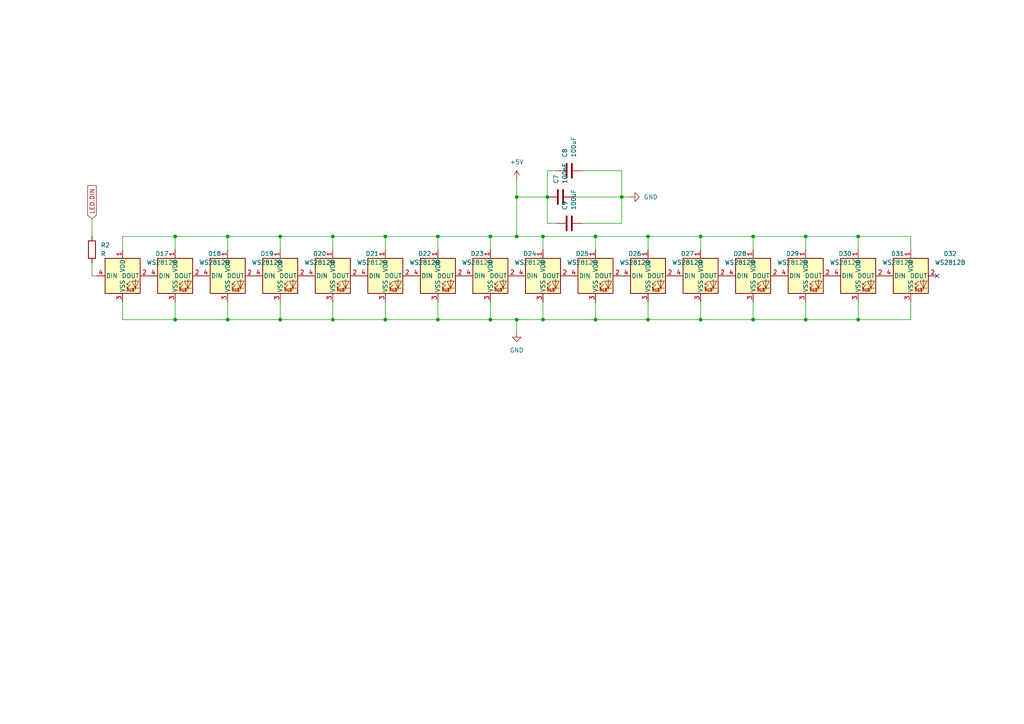
<source format=kicad_sch>
(kicad_sch (version 20250114) (generator "eeschema") (generator_version "9.0")
  (paper "A4")
  (lib_symbols
    (symbol "Device:C" (pin_numbers (hide yes)) (pin_names (offset 0.254))
      (property "Reference" "C" (at 0.635 2.54 0))
      (property "Value" "C" (at 0.635 -2.54 0))
      (symbol "C_0_1"
        (polyline (pts (xy -2.032 0.762) (xy 2.032 0.762)) (stroke (width 0.508)))
        (polyline (pts (xy -2.032 -0.762) (xy 2.032 -0.762)) (stroke (width 0.508)))
      )
      (symbol "C_1_1"
        (pin passive line (at 0 3.81 270) (length 2.794) (name "~") (number "1"))
        (pin passive line (at 0 -3.81 90) (length 2.794) (name "~") (number "2"))
      )
    )
    (symbol "Device:R" (pin_numbers (hide yes)) (pin_names (offset 0))
      (property "Reference" "R" (at 2.032 0 90))
      (property "Value" "R" (at 0 0 90))
      (symbol "R_0_1"
        (rectangle (start -1.016 -2.54) (end 1.016 2.54) (stroke (width 0.254)))
      )
      (symbol "R_1_1"
        (pin passive line (at 0 3.81 270) (length 1.27) (name "~") (number "1"))
        (pin passive line (at 0 -3.81 90) (length 1.27) (name "~") (number "2"))
      )
    )
    (symbol "LED:WS2812B" (pin_names (offset 0.254))
      (property "Reference" "D" (at 5.08 5.715 0))
      (property "Value" "WS2812B" (at 1.27 -5.715 0))
      (symbol "WS2812B_0_0"
        (text "RGB" (at 2.286 -4.191 0) (effects (font (size 0.762 0.762))))
      )
      (symbol "WS2812B_0_1"
        (polyline (pts (xy 1.27 -2.54) (xy 1.778 -2.54)))
        (polyline (pts (xy 1.27 -3.556) (xy 1.778 -3.556)))
        (polyline (pts (xy 2.286 -1.524) (xy 1.27 -2.54) (xy 1.27 -2.032)))
        (polyline (pts (xy 2.286 -2.54) (xy 1.27 -3.556) (xy 1.27 -3.048)))
        (polyline (pts (xy 3.683 -1.016) (xy 3.683 -3.556) (xy 3.683 -4.064)))
        (polyline (pts (xy 4.699 -1.524) (xy 2.667 -1.524) (xy 3.683 -3.556) (xy 4.699 -1.524)))
        (polyline (pts (xy 4.699 -3.556) (xy 2.667 -3.556)))
        (rectangle (start 5.08 5.08) (end -5.08 -5.08) (stroke (width 0.254)) (fill (type background)))
      )
      (symbol "WS2812B_1_1"
        (pin input line (at -7.62 0 0) (length 2.54) (name "DIN") (number "4"))
        (pin power_in line (at 0 7.62 270) (length 2.54) (name "VDD") (number "1"))
        (pin power_in line (at 0 -7.62 90) (length 2.54) (name "VSS") (number "3"))
        (pin output line (at 7.62 0 180) (length 2.54) (name "DOUT") (number "2"))
      )
    )
    (symbol "power:+5V" (power) (pin_numbers (hide yes)) (pin_names (offset 0) (hide yes))
      (property "Value" "+5V" (at 0 3.556 0))
      (symbol "+5V_0_1"
        (polyline (pts (xy -0.762 1.27) (xy 0 2.54)))
        (polyline (pts (xy 0 2.54) (xy 0.762 1.27)))
        (polyline (pts (xy 0 0) (xy 0 2.54)))
      )
      (symbol "+5V_1_1"
        (pin power_in line (at 0 0 90) (length 0) (name "~") (number "1"))
      )
    )
    (symbol "power:GND" (power) (pin_numbers (hide yes)) (pin_names (offset 0) (hide yes))
      (property "Value" "GND" (at 0 -3.81 0))
      (symbol "GND_0_1"
        (polyline (pts (xy 0 0) (xy 0 -1.27) (xy 1.27 -1.27) (xy 0 -2.54) (xy -1.27 -1.27) (xy 0 -1.27)))
      )
      (symbol "GND_1_1"
        (pin power_in line (at 0 0 270) (length 0) (name "~") (number "1"))
      )
    )
  )
  (junction (at 248.92 68.58))
  (junction (at 96.52 92.71))
  (junction (at 218.44 68.58))
  (junction (at 50.8 92.71))
  (junction (at 127 68.58))
  (junction (at 81.28 92.71))
  (junction (at 172.72 68.58))
  (junction (at 66.04 92.71))
  (junction (at 203.2 92.71))
  (junction (at 158.75 57.15))
  (junction (at 149.86 57.15))
  (junction (at 157.48 92.71))
  (junction (at 233.68 92.71))
  (junction (at 111.76 68.58))
  (junction (at 172.72 92.71))
  (junction (at 203.2 68.58))
  (junction (at 149.86 68.58))
  (junction (at 111.76 92.71))
  (junction (at 187.96 92.71))
  (junction (at 96.52 68.58))
  (junction (at 180.34 57.15))
  (junction (at 157.48 68.58))
  (junction (at 66.04 68.58))
  (junction (at 142.24 92.71))
  (junction (at 218.44 92.71))
  (junction (at 187.96 68.58))
  (junction (at 233.68 68.58))
  (junction (at 248.92 92.71))
  (junction (at 81.28 68.58))
  (junction (at 149.86 92.71))
  (junction (at 50.8 68.58))
  (junction (at 127 92.71))
  (junction (at 142.24 68.58))
  (no_connect (at 271.78 80.01))
  (wire (pts (xy 26.67 80.01) (xy 27.94 80.01)))
  (wire (pts (xy 233.68 68.58) (xy 248.92 68.58)))
  (wire (pts (xy 50.8 68.58) (xy 50.8 72.39)))
  (wire (pts (xy 187.96 68.58) (xy 203.2 68.58)))
  (wire (pts (xy 172.72 68.58) (xy 187.96 68.58)))
  (wire (pts (xy 127 92.71) (xy 142.24 92.71)))
  (wire (pts (xy 66.04 87.63) (xy 66.04 92.71)))
  (wire (pts (xy 264.16 72.39) (xy 264.16 68.58)))
  (wire (pts (xy 35.56 87.63) (xy 35.56 92.71)))
  (wire (pts (xy 35.56 68.58) (xy 35.56 72.39)))
  (wire (pts (xy 203.2 92.71) (xy 187.96 92.71)))
  (wire (pts (xy 96.52 68.58) (xy 96.52 72.39)))
  (wire (pts (xy 127 68.58) (xy 111.76 68.58)))
  (wire (pts (xy 233.68 68.58) (xy 233.68 72.39)))
  (wire (pts (xy 142.24 92.71) (xy 149.86 92.71)))
  (wire (pts (xy 96.52 87.63) (xy 96.52 92.71)))
  (wire (pts (xy 81.28 68.58) (xy 66.04 68.58)))
  (wire (pts (xy 142.24 68.58) (xy 142.24 72.39)))
  (wire (pts (xy 203.2 68.58) (xy 218.44 68.58)))
  (wire (pts (xy 168.91 49.53) (xy 180.34 49.53)))
  (wire (pts (xy 157.48 68.58) (xy 172.72 68.58)))
  (wire (pts (xy 218.44 87.63) (xy 218.44 92.71)))
  (wire (pts (xy 149.86 68.58) (xy 157.48 68.58)))
  (wire (pts (xy 161.29 64.77) (xy 158.75 64.77)))
  (wire (pts (xy 149.86 57.15) (xy 149.86 68.58)))
  (wire (pts (xy 166.37 57.15) (xy 180.34 57.15)))
  (wire (pts (xy 26.67 63.5) (xy 26.67 68.58)))
  (wire (pts (xy 187.96 92.71) (xy 172.72 92.71)))
  (wire (pts (xy 233.68 92.71) (xy 218.44 92.71)))
  (wire (pts (xy 149.86 52.07) (xy 149.86 57.15)))
  (wire (pts (xy 66.04 68.58) (xy 50.8 68.58)))
  (wire (pts (xy 111.76 68.58) (xy 96.52 68.58)))
  (wire (pts (xy 157.48 68.58) (xy 157.48 72.39)))
  (wire (pts (xy 248.92 68.58) (xy 248.92 72.39)))
  (wire (pts (xy 264.16 92.71) (xy 248.92 92.71)))
  (wire (pts (xy 142.24 87.63) (xy 142.24 92.71)))
  (wire (pts (xy 81.28 68.58) (xy 81.28 72.39)))
  (wire (pts (xy 111.76 87.63) (xy 111.76 92.71)))
  (wire (pts (xy 35.56 92.71) (xy 50.8 92.71)))
  (wire (pts (xy 218.44 92.71) (xy 203.2 92.71)))
  (wire (pts (xy 187.96 87.63) (xy 187.96 92.71)))
  (wire (pts (xy 187.96 68.58) (xy 187.96 72.39)))
  (wire (pts (xy 81.28 87.63) (xy 81.28 92.71)))
  (wire (pts (xy 158.75 64.77) (xy 158.75 57.15)))
  (wire (pts (xy 149.86 92.71) (xy 149.86 96.52)))
  (wire (pts (xy 50.8 92.71) (xy 66.04 92.71)))
  (wire (pts (xy 180.34 49.53) (xy 180.34 57.15)))
  (wire (pts (xy 172.72 92.71) (xy 157.48 92.71)))
  (wire (pts (xy 180.34 64.77) (xy 180.34 57.15)))
  (wire (pts (xy 233.68 87.63) (xy 233.68 92.71)))
  (wire (pts (xy 96.52 68.58) (xy 81.28 68.58)))
  (wire (pts (xy 203.2 68.58) (xy 203.2 72.39)))
  (wire (pts (xy 111.76 68.58) (xy 111.76 72.39)))
  (wire (pts (xy 66.04 68.58) (xy 66.04 72.39)))
  (wire (pts (xy 26.67 76.2) (xy 26.67 80.01)))
  (wire (pts (xy 66.04 92.71) (xy 81.28 92.71)))
  (wire (pts (xy 161.29 49.53) (xy 158.75 49.53)))
  (wire (pts (xy 203.2 87.63) (xy 203.2 92.71)))
  (wire (pts (xy 264.16 87.63) (xy 264.16 92.71)))
  (wire (pts (xy 168.91 64.77) (xy 180.34 64.77)))
  (wire (pts (xy 149.86 57.15) (xy 158.75 57.15)))
  (wire (pts (xy 142.24 68.58) (xy 149.86 68.58)))
  (wire (pts (xy 50.8 87.63) (xy 50.8 92.71)))
  (wire (pts (xy 180.34 57.15) (xy 182.88 57.15)))
  (wire (pts (xy 248.92 92.71) (xy 233.68 92.71)))
  (wire (pts (xy 248.92 87.63) (xy 248.92 92.71)))
  (wire (pts (xy 172.72 68.58) (xy 172.72 72.39)))
  (wire (pts (xy 127 68.58) (xy 142.24 68.58)))
  (wire (pts (xy 172.72 87.63) (xy 172.72 92.71)))
  (wire (pts (xy 218.44 68.58) (xy 233.68 68.58)))
  (wire (pts (xy 111.76 92.71) (xy 127 92.71)))
  (wire (pts (xy 157.48 92.71) (xy 149.86 92.71)))
  (wire (pts (xy 248.92 68.58) (xy 264.16 68.58)))
  (wire (pts (xy 127 68.58) (xy 127 72.39)))
  (wire (pts (xy 158.75 49.53) (xy 158.75 57.15)))
  (wire (pts (xy 218.44 68.58) (xy 218.44 72.39)))
  (wire (pts (xy 96.52 92.71) (xy 111.76 92.71)))
  (wire (pts (xy 50.8 68.58) (xy 35.56 68.58)))
  (wire (pts (xy 157.48 87.63) (xy 157.48 92.71)))
  (wire (pts (xy 127 87.63) (xy 127 92.71)))
  (wire (pts (xy 81.28 92.71) (xy 96.52 92.71)))
  (global_label "LED.DIN" (shape input) (at 26.67 63.5 90) (property "Intersheetrefs" "${INTERSHEET_REFS}" (effects (hide yes))))
  (symbol (lib_id "LED:WS2812B") (at 157.48 80.01 0) (unit 1)
    (property "Reference" "D25" (at 168.91 73.5898 0))
    (property "Value" "WS2812B" (at 168.91 76.1298 0))
    (property "Footprint" "LED_SMD:LED_WS2812B_PLCC4_5.0x5.0mm_P3.2mm" (effects (hide yes)))
    (property "Datasheet" "https://cdn-shop.adafruit.com/datasheets/WS2812B.pdf" (effects (hide yes)))
    (property "Description" "RGB LED with integrated controller" (effects (hide yes)))
  )
  (symbol (lib_id "LED:WS2812B") (at 50.8 80.01 0) (unit 1)
    (property "Reference" "D18" (at 62.23 73.5898 0))
    (property "Value" "WS2812B" (at 62.23 76.1298 0))
    (property "Footprint" "LED_SMD:LED_WS2812B_PLCC4_5.0x5.0mm_P3.2mm" (effects (hide yes)))
    (property "Datasheet" "https://cdn-shop.adafruit.com/datasheets/WS2812B.pdf" (effects (hide yes)))
    (property "Description" "RGB LED with integrated controller" (effects (hide yes)))
  )
  (symbol (lib_id "LED:WS2812B") (at 233.68 80.01 0) (unit 1)
    (property "Reference" "D30" (at 245.11 73.5898 0))
    (property "Value" "WS2812B" (at 245.11 76.1298 0))
    (property "Footprint" "LED_SMD:LED_WS2812B_PLCC4_5.0x5.0mm_P3.2mm" (effects (hide yes)))
    (property "Datasheet" "https://cdn-shop.adafruit.com/datasheets/WS2812B.pdf" (effects (hide yes)))
    (property "Description" "RGB LED with integrated controller" (effects (hide yes)))
  )
  (symbol (lib_id "LED:WS2812B") (at 35.56 80.01 0) (unit 1)
    (property "Reference" "D17" (at 46.99 73.5898 0))
    (property "Value" "WS2812B" (at 46.99 76.1298 0))
    (property "Footprint" "LED_SMD:LED_WS2812B_PLCC4_5.0x5.0mm_P3.2mm" (effects (hide yes)))
    (property "Datasheet" "https://cdn-shop.adafruit.com/datasheets/WS2812B.pdf" (effects (hide yes)))
    (property "Description" "RGB LED with integrated controller" (effects (hide yes)))
  )
  (symbol (lib_id "LED:WS2812B") (at 248.92 80.01 0) (unit 1)
    (property "Reference" "D31" (at 260.35 73.5898 0))
    (property "Value" "WS2812B" (at 260.35 76.1298 0))
    (property "Footprint" "LED_SMD:LED_WS2812B_PLCC4_5.0x5.0mm_P3.2mm" (effects (hide yes)))
    (property "Datasheet" "https://cdn-shop.adafruit.com/datasheets/WS2812B.pdf" (effects (hide yes)))
    (property "Description" "RGB LED with integrated controller" (effects (hide yes)))
  )
  (symbol (lib_id "Device:R") (at 26.67 72.39 0) (unit 1)
    (property "Reference" "R2" (at 29.21 71.1199 0) (effects (justify left)))
    (property "Value" "R" (at 29.21 73.6599 0) (effects (justify left)))
    (property "Description" "Resistor" (effects (hide yes)))
  )
  (symbol (lib_id "LED:WS2812B") (at 111.76 80.01 0) (unit 1)
    (property "Reference" "D22" (at 123.19 73.5898 0))
    (property "Value" "WS2812B" (at 123.19 76.1298 0))
    (property "Footprint" "LED_SMD:LED_WS2812B_PLCC4_5.0x5.0mm_P3.2mm" (effects (hide yes)))
    (property "Datasheet" "https://cdn-shop.adafruit.com/datasheets/WS2812B.pdf" (effects (hide yes)))
    (property "Description" "RGB LED with integrated controller" (effects (hide yes)))
  )
  (symbol (lib_id "Device:C") (at 162.56 57.15 90) (unit 1)
    (property "Reference" "C7" (at 161.2899 53.34 0) (effects (justify left)))
    (property "Value" "100nF" (at 163.8299 53.34 0) (effects (justify left)))
    (property "Description" "Unpolarized capacitor" (effects (hide yes)))
  )
  (symbol (lib_id "LED:WS2812B") (at 187.96 80.01 0) (unit 1)
    (property "Reference" "D27" (at 199.39 73.5898 0))
    (property "Value" "WS2812B" (at 199.39 76.1298 0))
    (property "Footprint" "LED_SMD:LED_WS2812B_PLCC4_5.0x5.0mm_P3.2mm" (effects (hide yes)))
    (property "Datasheet" "https://cdn-shop.adafruit.com/datasheets/WS2812B.pdf" (effects (hide yes)))
    (property "Description" "RGB LED with integrated controller" (effects (hide yes)))
  )
  (symbol (lib_id "LED:WS2812B") (at 264.16 80.01 0) (unit 1)
    (property "Reference" "D32" (at 275.59 73.5898 0))
    (property "Value" "WS2812B" (at 275.59 76.1298 0))
    (property "Footprint" "LED_SMD:LED_WS2812B_PLCC4_5.0x5.0mm_P3.2mm" (effects (hide yes)))
    (property "Datasheet" "https://cdn-shop.adafruit.com/datasheets/WS2812B.pdf" (effects (hide yes)))
    (property "Description" "RGB LED with integrated controller" (effects (hide yes)))
  )
  (symbol (lib_id "Device:C") (at 165.1 64.77 90) (unit 1)
    (property "Reference" "C9" (at 163.8299 60.96 0) (effects (justify left)))
    (property "Value" "100uF" (at 166.3699 60.96 0) (effects (justify left)))
    (property "Description" "Unpolarized capacitor" (effects (hide yes)))
  )
  (symbol (lib_id "LED:WS2812B") (at 172.72 80.01 0) (unit 1)
    (property "Reference" "D26" (at 184.15 73.5898 0))
    (property "Value" "WS2812B" (at 184.15 76.1298 0))
    (property "Footprint" "LED_SMD:LED_WS2812B_PLCC4_5.0x5.0mm_P3.2mm" (effects (hide yes)))
    (property "Datasheet" "https://cdn-shop.adafruit.com/datasheets/WS2812B.pdf" (effects (hide yes)))
    (property "Description" "RGB LED with integrated controller" (effects (hide yes)))
  )
  (symbol (lib_id "LED:WS2812B") (at 66.04 80.01 0) (unit 1)
    (property "Reference" "D19" (at 77.47 73.5898 0))
    (property "Value" "WS2812B" (at 77.47 76.1298 0))
    (property "Footprint" "LED_SMD:LED_WS2812B_PLCC4_5.0x5.0mm_P3.2mm" (effects (hide yes)))
    (property "Datasheet" "https://cdn-shop.adafruit.com/datasheets/WS2812B.pdf" (effects (hide yes)))
    (property "Description" "RGB LED with integrated controller" (effects (hide yes)))
  )
  (symbol (lib_id "Device:C") (at 165.1 49.53 90) (unit 1)
    (property "Reference" "C8" (at 163.8299 45.72 0) (effects (justify left)))
    (property "Value" "100uF" (at 166.3699 45.72 0) (effects (justify left)))
    (property "Description" "Unpolarized capacitor" (effects (hide yes)))
  )
  (symbol (lib_id "power:+5V") (at 149.86 52.07 0) (unit 1)
    (property "Reference" "#PWR019" (effects (hide yes)))
    (property "Value" "+5V" (at 149.86 46.99 0))
    (property "Description" "Power symbol creates a global label with name \"+5V\"" (effects (hide yes)))
  )
  (symbol (lib_id "LED:WS2812B") (at 81.28 80.01 0) (unit 1)
    (property "Reference" "D20" (at 92.71 73.5898 0))
    (property "Value" "WS2812B" (at 92.71 76.1298 0))
    (property "Footprint" "LED_SMD:LED_WS2812B_PLCC4_5.0x5.0mm_P3.2mm" (effects (hide yes)))
    (property "Datasheet" "https://cdn-shop.adafruit.com/datasheets/WS2812B.pdf" (effects (hide yes)))
    (property "Description" "RGB LED with integrated controller" (effects (hide yes)))
  )
  (symbol (lib_id "power:GND") (at 149.86 96.52 0) (unit 1)
    (property "Reference" "#PWR020" (effects (hide yes)))
    (property "Value" "GND" (at 149.86 101.6 0))
    (property "Description" "Power symbol creates a global label with name \"GND\" , ground" (effects (hide yes)))
  )
  (symbol (lib_id "LED:WS2812B") (at 218.44 80.01 0) (unit 1)
    (property "Reference" "D29" (at 229.87 73.5898 0))
    (property "Value" "WS2812B" (at 229.87 76.1298 0))
    (property "Footprint" "LED_SMD:LED_WS2812B_PLCC4_5.0x5.0mm_P3.2mm" (effects (hide yes)))
    (property "Datasheet" "https://cdn-shop.adafruit.com/datasheets/WS2812B.pdf" (effects (hide yes)))
    (property "Description" "RGB LED with integrated controller" (effects (hide yes)))
  )
  (symbol (lib_id "power:GND") (at 182.88 57.15 90) (unit 1)
    (property "Reference" "#PWR021" (effects (hide yes)))
    (property "Value" "GND" (at 186.69 57.1499 90) (effects (justify right)))
    (property "Description" "Power symbol creates a global label with name \"GND\" , ground" (effects (hide yes)))
  )
  (symbol (lib_id "LED:WS2812B") (at 142.24 80.01 0) (unit 1)
    (property "Reference" "D24" (at 153.67 73.5898 0))
    (property "Value" "WS2812B" (at 153.67 76.1298 0))
    (property "Footprint" "LED_SMD:LED_WS2812B_PLCC4_5.0x5.0mm_P3.2mm" (effects (hide yes)))
    (property "Datasheet" "https://cdn-shop.adafruit.com/datasheets/WS2812B.pdf" (effects (hide yes)))
    (property "Description" "RGB LED with integrated controller" (effects (hide yes)))
  )
  (symbol (lib_id "LED:WS2812B") (at 96.52 80.01 0) (unit 1)
    (property "Reference" "D21" (at 107.95 73.5898 0))
    (property "Value" "WS2812B" (at 107.95 76.1298 0))
    (property "Footprint" "LED_SMD:LED_WS2812B_PLCC4_5.0x5.0mm_P3.2mm" (effects (hide yes)))
    (property "Datasheet" "https://cdn-shop.adafruit.com/datasheets/WS2812B.pdf" (effects (hide yes)))
    (property "Description" "RGB LED with integrated controller" (effects (hide yes)))
  )
  (symbol (lib_id "LED:WS2812B") (at 127 80.01 0) (unit 1)
    (property "Reference" "D23" (at 138.43 73.5898 0))
    (property "Value" "WS2812B" (at 138.43 76.1298 0))
    (property "Footprint" "LED_SMD:LED_WS2812B_PLCC4_5.0x5.0mm_P3.2mm" (effects (hide yes)))
    (property "Datasheet" "https://cdn-shop.adafruit.com/datasheets/WS2812B.pdf" (effects (hide yes)))
    (property "Description" "RGB LED with integrated controller" (effects (hide yes)))
  )
  (symbol (lib_id "LED:WS2812B") (at 203.2 80.01 0) (unit 1)
    (property "Reference" "D28" (at 214.63 73.5898 0))
    (property "Value" "WS2812B" (at 214.63 76.1298 0))
    (property "Footprint" "LED_SMD:LED_WS2812B_PLCC4_5.0x5.0mm_P3.2mm" (effects (hide yes)))
    (property "Datasheet" "https://cdn-shop.adafruit.com/datasheets/WS2812B.pdf" (effects (hide yes)))
    (property "Description" "RGB LED with integrated controller" (effects (hide yes)))
  )
)
</source>
